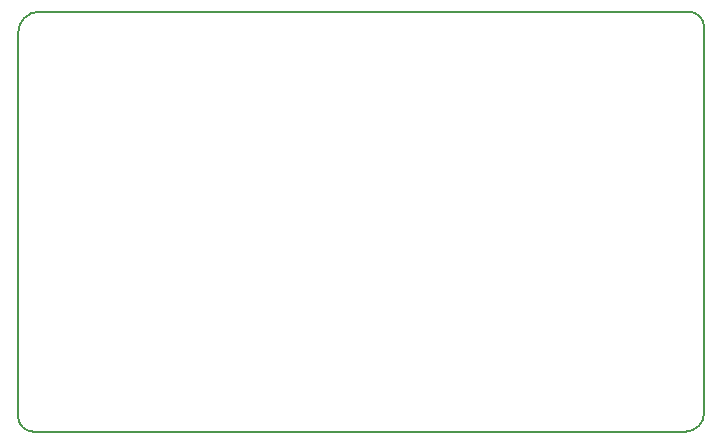
<source format=gbr>
G04 #@! TF.FileFunction,Profile,NP*
%FSLAX46Y46*%
G04 Gerber Fmt 4.6, Leading zero omitted, Abs format (unit mm)*
G04 Created by KiCad (PCBNEW 4.0.5) date Thursday, March 02, 2017 'PMt' 08:34:31 PM*
%MOMM*%
%LPD*%
G01*
G04 APERTURE LIST*
%ADD10C,0.100000*%
%ADD11C,0.150000*%
G04 APERTURE END LIST*
D10*
D11*
X119456100Y-89017594D02*
X119456100Y-121508600D01*
X120726100Y-122778600D02*
G75*
G02X119456100Y-121508600I0J1270000D01*
G01*
X120726100Y-122778600D02*
X175966069Y-122778600D01*
X177546098Y-121198569D02*
G75*
G02X175966069Y-122778600I-1580030J-1D01*
G01*
X177546100Y-121198569D02*
X177546100Y-88531097D01*
X176243601Y-87228600D02*
G75*
G02X177546100Y-88531097I1J-1302498D01*
G01*
X176243603Y-87228600D02*
X121245094Y-87228600D01*
X119456100Y-89017594D02*
G75*
G02X121245094Y-87228600I1788994J0D01*
G01*
M02*

</source>
